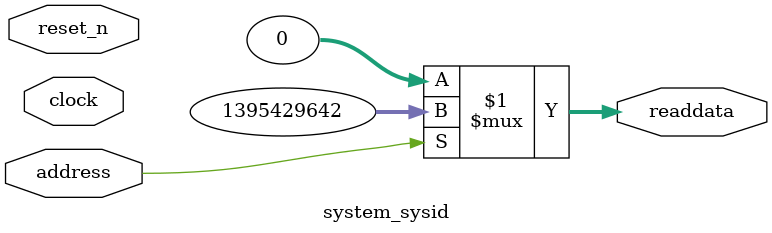
<source format=v>

`timescale 1ns / 1ps
// synthesis translate_on

// turn off superfluous verilog processor warnings 
// altera message_level Level1 
// altera message_off 10034 10035 10036 10037 10230 10240 10030 

module system_sysid (
               // inputs:
                address,
                clock,
                reset_n,

               // outputs:
                readdata
             )
;

  output  [ 31: 0] readdata;
  input            address;
  input            clock;
  input            reset_n;

  wire    [ 31: 0] readdata;
  //control_slave, which is an e_avalon_slave
  assign readdata = address ? 1395429642 : 0;

endmodule




</source>
